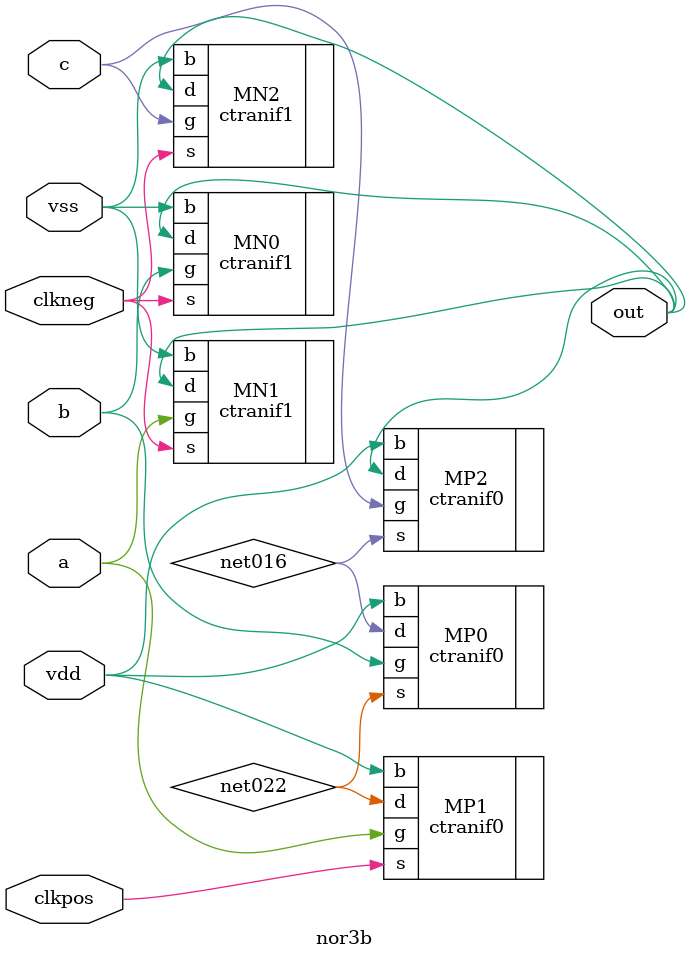
<source format=sv>

`timescale 1ns / 1ns 

module nor3b ( out, a, b, c, clkneg, clkpos, vdd, vss );

output  out;

input  a, b, c, clkneg, clkpos, vdd, vss;


specify 
    specparam CDS_LIBNAME  = "MIPS25";
    specparam CDS_CELLNAME = "nor3b";
    specparam CDS_VIEWNAME = "schematic";
endspecify

ctranif1  MN2 ( .b(vss), .d(out), .g(c), .s(clkneg));
ctranif1  MN0 ( .b(vss), .d(out), .g(b), .s(clkneg));
ctranif1  MN1 ( .b(vss), .d(out), .g(a), .s(clkneg));
ctranif0  MP2 ( .b(vdd), .s(net016), .g(c), .d(out));
ctranif0  MP0 ( .b(vdd), .s(net022), .g(b), .d(net016));
ctranif0  MP1 ( .b(vdd), .s(clkpos), .g(a), .d(net022));

endmodule

</source>
